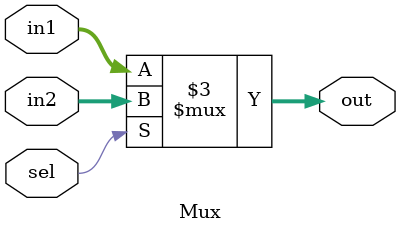
<source format=v>
`timescale 1ns / 1ps


module Mux(input [31:0] in1, in2,
           input sel,
           output reg [31:0] out);
           
always @(in1, in2, sel, out)
begin
    if(sel)
        begin
            out = in2;
        end
    else
        begin
            out = in1;
        end
end
endmodule

</source>
